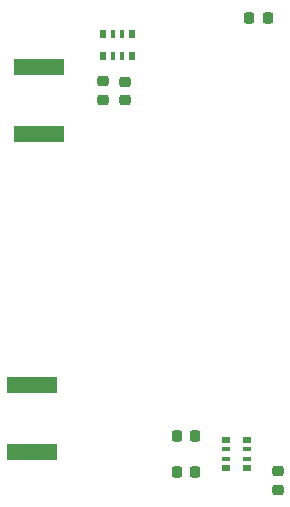
<source format=gbr>
%TF.GenerationSoftware,KiCad,Pcbnew,8.0.2*%
%TF.CreationDate,2025-09-09T09:28:48+02:00*%
%TF.ProjectId,e77,6537372e-6b69-4636-9164-5f7063625858,rev?*%
%TF.SameCoordinates,Original*%
%TF.FileFunction,Paste,Top*%
%TF.FilePolarity,Positive*%
%FSLAX46Y46*%
G04 Gerber Fmt 4.6, Leading zero omitted, Abs format (unit mm)*
G04 Created by KiCad (PCBNEW 8.0.2) date 2025-09-09 09:28:48*
%MOMM*%
%LPD*%
G01*
G04 APERTURE LIST*
G04 Aperture macros list*
%AMRoundRect*
0 Rectangle with rounded corners*
0 $1 Rounding radius*
0 $2 $3 $4 $5 $6 $7 $8 $9 X,Y pos of 4 corners*
0 Add a 4 corners polygon primitive as box body*
4,1,4,$2,$3,$4,$5,$6,$7,$8,$9,$2,$3,0*
0 Add four circle primitives for the rounded corners*
1,1,$1+$1,$2,$3*
1,1,$1+$1,$4,$5*
1,1,$1+$1,$6,$7*
1,1,$1+$1,$8,$9*
0 Add four rect primitives between the rounded corners*
20,1,$1+$1,$2,$3,$4,$5,0*
20,1,$1+$1,$4,$5,$6,$7,0*
20,1,$1+$1,$6,$7,$8,$9,0*
20,1,$1+$1,$8,$9,$2,$3,0*%
G04 Aperture macros list end*
%ADD10RoundRect,0.218750X-0.218750X-0.256250X0.218750X-0.256250X0.218750X0.256250X-0.218750X0.256250X0*%
%ADD11R,0.500000X0.800000*%
%ADD12R,0.400000X0.800000*%
%ADD13RoundRect,0.218750X0.256250X-0.218750X0.256250X0.218750X-0.256250X0.218750X-0.256250X-0.218750X0*%
%ADD14RoundRect,0.225000X0.250000X-0.225000X0.250000X0.225000X-0.250000X0.225000X-0.250000X-0.225000X0*%
%ADD15R,0.800000X0.500000*%
%ADD16R,0.800000X0.400000*%
%ADD17RoundRect,0.225000X0.225000X0.250000X-0.225000X0.250000X-0.225000X-0.250000X0.225000X-0.250000X0*%
%ADD18R,4.200000X1.350000*%
G04 APERTURE END LIST*
D10*
%TO.C,D4*%
X120925000Y-110000000D03*
X122500000Y-110000000D03*
%TD*%
D11*
%TO.C,RN1*%
X117128400Y-72972600D03*
D12*
X116328400Y-72972600D03*
X115528400Y-72972600D03*
D11*
X114728400Y-72972600D03*
X114728400Y-74772600D03*
D12*
X115528400Y-74772600D03*
X116328400Y-74772600D03*
D11*
X117128400Y-74772600D03*
%TD*%
D13*
%TO.C,D1*%
X114658400Y-78495600D03*
X114658400Y-76920600D03*
%TD*%
D14*
%TO.C,C2*%
X129500000Y-111519000D03*
X129500000Y-109969000D03*
%TD*%
D10*
%TO.C,D3*%
X120925000Y-107000000D03*
X122500000Y-107000000D03*
%TD*%
D15*
%TO.C,RN2*%
X126900000Y-109700000D03*
D16*
X126900000Y-108900000D03*
X126900000Y-108100000D03*
D15*
X126900000Y-107300000D03*
X125100000Y-107300000D03*
D16*
X125100000Y-108100000D03*
X125100000Y-108900000D03*
D15*
X125100000Y-109700000D03*
%TD*%
D13*
%TO.C,D2*%
X116538000Y-78546400D03*
X116538000Y-76971400D03*
%TD*%
D17*
%TO.C,C1*%
X128628400Y-71586600D03*
X127078400Y-71586600D03*
%TD*%
D18*
%TO.C,AE2*%
X108662500Y-108325000D03*
X108662500Y-102675000D03*
%TD*%
%TO.C,AE1*%
X109273600Y-81422000D03*
X109273600Y-75772000D03*
%TD*%
M02*

</source>
